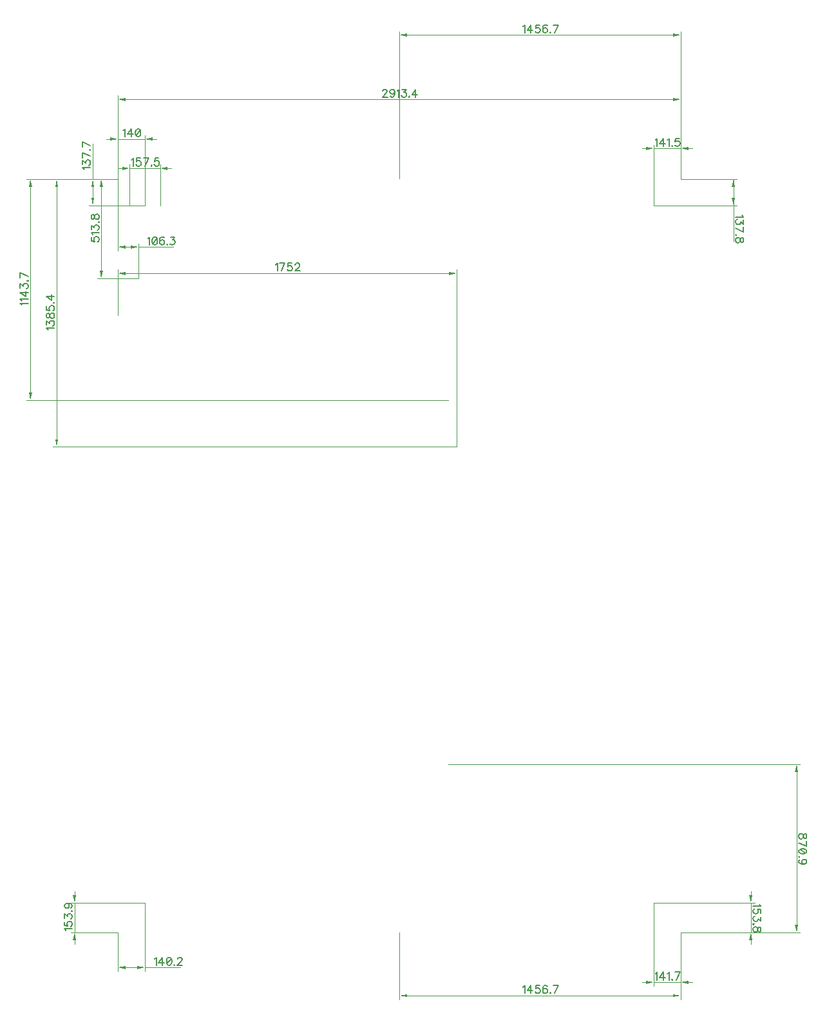
<source format=gbr>
G04 DipTrace 3.0.0.0*
G04 TopDimension.gbr*
%MOIN*%
G04 #@! TF.FileFunction,Drawing,Top*
G04 #@! TF.Part,Single*
%ADD13C,0.0015*%
%ADD103C,0.006176*%
%FSLAX26Y26*%
G04*
G70*
G90*
G75*
G01*
G04 TopDimension*
%LPD*%
X2145670Y2905906D2*
D13*
X57087D1*
X393701Y4291339D2*
X57087D1*
X76772Y3598622D2*
Y2945276D1*
G36*
Y2905906D2*
X68898Y2945276D1*
X84646D1*
X76772Y2905906D1*
G37*
Y3598622D2*
D13*
Y4251969D1*
G36*
Y4291339D2*
X84646Y4251969D1*
X68898D1*
X76772Y4291339D1*
G37*
X2145670Y2905906D2*
D13*
Y3822835D1*
X393701Y3588583D2*
Y3822835D1*
X1269685Y3803150D2*
X2106299D1*
G36*
X2145670D2*
X2106299Y3795276D1*
Y3811024D1*
X2145670Y3803150D1*
G37*
X1269685D2*
D13*
X433071D1*
G36*
X393701D2*
X433071Y3811024D1*
Y3795276D1*
X393701Y3803150D1*
G37*
X2104331Y3147638D2*
D13*
X-78740D1*
X393701Y4291339D2*
X-78740D1*
X-59055Y3719488D2*
Y3187008D1*
G36*
Y3147638D2*
X-66929Y3187008D1*
X-51181D1*
X-59055Y3147638D1*
G37*
Y3719488D2*
D13*
Y4251969D1*
G36*
Y4291339D2*
X-51181Y4251969D1*
X-66929D1*
X-59055Y4291339D1*
G37*
X612467Y4153675D2*
D13*
Y4366142D1*
X454987Y4153675D2*
Y4366142D1*
Y4346457D2*
X612467D1*
X395932D2*
X415617D1*
G36*
X454987D2*
X415617Y4338583D1*
Y4354331D1*
X454987Y4346457D1*
G37*
X671523D2*
D13*
X651837D1*
G36*
X612467D2*
X651837Y4354331D1*
Y4338583D1*
X612467Y4346457D1*
G37*
X393701Y4291339D2*
D13*
Y4517717D1*
X533727Y4153675D2*
Y4517717D1*
X393701Y4498032D2*
X533727D1*
X334646D2*
X354331D1*
G36*
X393701D2*
X354331Y4490158D1*
Y4505906D1*
X393701Y4498032D1*
G37*
X592782D2*
D13*
X573097D1*
G36*
X533727D2*
X573097Y4505906D1*
Y4490158D1*
X533727Y4498032D1*
G37*
Y4153675D2*
D13*
X244095D1*
X393701Y4291339D2*
X244095D1*
X263780Y4222507D2*
Y4193045D1*
G36*
Y4153675D2*
X255906Y4193045D1*
X271654D1*
X263780Y4153675D1*
G37*
Y4222507D2*
D13*
Y4251969D1*
G36*
Y4291339D2*
X271654Y4251969D1*
X255906D1*
X263780Y4291339D1*
G37*
Y4473940D2*
D13*
Y4291339D1*
X3165617Y4153544D2*
Y4468504D1*
X3307087Y4291339D2*
Y4468504D1*
X3165617Y4448819D2*
X3307087D1*
X3106562D2*
X3126247D1*
G36*
X3165617D2*
X3126247Y4440945D1*
Y4456693D1*
X3165617Y4448819D1*
G37*
X3366142D2*
D13*
X3346457D1*
G36*
X3307087D2*
X3346457Y4456693D1*
Y4440945D1*
X3307087Y4448819D1*
G37*
X3165617Y4153544D2*
D13*
X3598425D1*
X3307087Y4291339D2*
X3598425D1*
X3578740Y4222441D2*
Y4192914D1*
G36*
Y4153544D2*
X3570866Y4192914D1*
X3586614D1*
X3578740Y4153544D1*
G37*
Y4222441D2*
D13*
Y4251969D1*
G36*
Y4291339D2*
X3586614Y4251969D1*
X3570866D1*
X3578740Y4291339D1*
G37*
Y3970987D2*
D13*
Y4291339D1*
X3165355Y547507D2*
Y116667D1*
X3307087Y393701D2*
Y116667D1*
X3165355Y136352D2*
X3307087D1*
X3106299D2*
X3125984D1*
G36*
X3165355D2*
X3125984Y128478D1*
Y144226D1*
X3165355Y136352D1*
G37*
X3366142D2*
D13*
X3346457D1*
G36*
X3307087D2*
X3346457Y144226D1*
Y128478D1*
X3307087Y136352D1*
G37*
X3165355Y547507D2*
D13*
X3688977D1*
X3307087Y393701D2*
X3688977D1*
X3669292Y547507D2*
Y393701D1*
Y606562D2*
Y586877D1*
G36*
Y547507D2*
X3661418Y586877D1*
X3677166D1*
X3669292Y547507D1*
G37*
Y334646D2*
D13*
Y354331D1*
G36*
Y393701D2*
X3677166Y354331D1*
X3661418D1*
X3669292Y393701D1*
G37*
X533858Y547638D2*
D13*
Y192914D1*
X393701Y393701D2*
Y192914D1*
X463780Y212599D2*
X494488D1*
G36*
X533858D2*
X494488Y204725D1*
Y220473D1*
X533858Y212599D1*
G37*
X463780D2*
D13*
X433071D1*
G36*
X393701D2*
X433071Y220473D1*
Y204725D1*
X393701Y212599D1*
G37*
X718361D2*
D13*
X533858D1*
Y547638D2*
X149607D1*
X393701Y393701D2*
X149607D1*
X169292Y547638D2*
Y393701D1*
Y606693D2*
Y587008D1*
G36*
Y547638D2*
X161418Y587008D1*
X177166D1*
X169292Y547638D1*
G37*
Y334646D2*
D13*
Y354331D1*
G36*
Y393701D2*
X177166Y354331D1*
X161418D1*
X169292Y393701D1*
G37*
X2102362Y1264567D2*
D13*
X3925197D1*
X3307087Y393701D2*
X3925197D1*
X3905512Y829134D2*
Y1225197D1*
G36*
Y1264567D2*
X3913386Y1225197D1*
X3897638D1*
X3905512Y1264567D1*
G37*
Y829134D2*
D13*
Y433071D1*
G36*
Y393701D2*
X3897638Y433071D1*
X3913386D1*
X3905512Y393701D1*
G37*
X393701Y4291339D2*
D13*
Y4722441D1*
X3307087Y4291339D2*
Y4722441D1*
X1850394Y4702756D2*
X433071D1*
G36*
X393701D2*
X433071Y4710630D1*
Y4694882D1*
X393701Y4702756D1*
G37*
X1850394D2*
D13*
X3267717D1*
G36*
X3307087D2*
X3267717Y4694882D1*
Y4710630D1*
X3307087Y4702756D1*
G37*
Y4291339D2*
D13*
Y5055118D1*
X1850394Y4293307D2*
Y5055118D1*
X2578740Y5035433D2*
X3267717D1*
G36*
X3307087D2*
X3267717Y5027559D1*
Y5043307D1*
X3307087Y5035433D1*
G37*
X2578740D2*
D13*
X1889764D1*
G36*
X1850394D2*
X1889764Y5043307D1*
Y5027559D1*
X1850394Y5035433D1*
G37*
X3307087Y393701D2*
D13*
Y47244D1*
X1850394Y393701D2*
Y47244D1*
X2578740Y66929D2*
X3267717D1*
G36*
X3307087D2*
X3267717Y59055D1*
Y74803D1*
X3307087Y66929D1*
G37*
X2578740D2*
D13*
X1889764D1*
G36*
X1850394D2*
X1889764Y74803D1*
Y59055D1*
X1850394Y66929D1*
G37*
X500000Y3777559D2*
D13*
Y3958399D1*
X393701Y4291339D2*
Y3919029D1*
X446851Y3938714D2*
X460630D1*
G36*
X500000D2*
X460630Y3930840D1*
Y3946588D1*
X500000Y3938714D1*
G37*
X446851D2*
D13*
X433071D1*
G36*
X393701D2*
X433071Y3946588D1*
Y3930840D1*
X393701Y3938714D1*
G37*
X680656D2*
D13*
X500000D1*
Y3777559D2*
X288452D1*
X393701Y4291339D2*
X288452D1*
X308137Y4034449D2*
Y3816929D1*
G36*
Y3777559D2*
X300263Y3816929D1*
X316011D1*
X308137Y3777559D1*
G37*
Y4034449D2*
D13*
Y4251969D1*
G36*
Y4291339D2*
X316011Y4251969D1*
X300263D1*
X308137Y4291339D1*
G37*
X32063Y3509593D2*
D103*
X30117Y3513440D1*
X24413Y3519188D1*
X64561D1*
X24413Y3535386D2*
Y3556388D1*
X39712Y3544936D1*
Y3550685D1*
X41613Y3554487D1*
X43514Y3556388D1*
X49263Y3558334D1*
X53065D1*
X58813Y3556388D1*
X62660Y3552586D1*
X64561Y3546838D1*
Y3541090D1*
X62660Y3535386D1*
X60714Y3533485D1*
X56912Y3531539D1*
X24413Y3580236D2*
X26315Y3574532D1*
X30117Y3572587D1*
X33964D1*
X37766Y3574532D1*
X39712Y3578335D1*
X41613Y3585984D1*
X43514Y3591732D1*
X47361Y3595534D1*
X51164Y3597436D1*
X56912D1*
X60714Y3595534D1*
X62660Y3593633D1*
X64561Y3587885D1*
Y3580236D1*
X62660Y3574532D1*
X60714Y3572587D1*
X56912Y3570685D1*
X51164D1*
X47361Y3572587D1*
X43514Y3576433D1*
X41613Y3582137D1*
X39712Y3589786D1*
X37766Y3593633D1*
X33964Y3595534D1*
X30117D1*
X26315Y3593633D1*
X24413Y3587885D1*
Y3580236D1*
Y3632735D2*
Y3613634D1*
X41613Y3611733D1*
X39712Y3613634D1*
X37766Y3619382D1*
Y3625086D1*
X39712Y3630834D1*
X43514Y3634680D1*
X49263Y3636582D1*
X53065D1*
X58813Y3634680D1*
X62660Y3630834D1*
X64561Y3625086D1*
Y3619382D1*
X62660Y3613634D1*
X60714Y3611733D1*
X56912Y3609787D1*
X60714Y3650834D2*
X62660Y3648933D1*
X64561Y3650834D1*
X62660Y3652780D1*
X60714Y3650834D1*
X64561Y3684277D2*
X24413D1*
X51164Y3665131D1*
Y3693827D1*
X1209257Y3847859D2*
X1213103Y3849805D1*
X1218851Y3855508D1*
Y3815361D1*
X1238852D2*
X1257997Y3855508D1*
X1231203D1*
X1293297D2*
X1274196D1*
X1272294Y3838308D1*
X1274196Y3840210D1*
X1279944Y3842155D1*
X1285647D1*
X1291395Y3840210D1*
X1295242Y3836407D1*
X1297144Y3830659D1*
Y3826857D1*
X1295242Y3821109D1*
X1291395Y3817262D1*
X1285647Y3815361D1*
X1279944D1*
X1274196Y3817262D1*
X1272294Y3819207D1*
X1270349Y3823010D1*
X1311440Y3845958D2*
Y3847859D1*
X1313342Y3851706D1*
X1315243Y3853607D1*
X1319090Y3855508D1*
X1326739D1*
X1330542Y3853607D1*
X1332443Y3851706D1*
X1334388Y3847859D1*
Y3844057D1*
X1332443Y3840210D1*
X1328640Y3834506D1*
X1309495Y3815361D1*
X1336290D1*
X-103764Y3639037D2*
X-105710Y3642884D1*
X-111413Y3648632D1*
X-71266D1*
X-103764Y3660983D2*
X-105710Y3664830D1*
X-111413Y3670578D1*
X-71266D1*
Y3702075D2*
X-111413D1*
X-84663Y3682929D1*
Y3711625D1*
X-111413Y3727823D2*
Y3748826D1*
X-96115Y3737374D1*
Y3743122D1*
X-94214Y3746925D1*
X-92312Y3748826D1*
X-86564Y3750771D1*
X-82762D1*
X-77014Y3748826D1*
X-73167Y3745023D1*
X-71266Y3739275D1*
Y3733527D1*
X-73167Y3727823D1*
X-75112Y3725922D1*
X-78915Y3723977D1*
X-75112Y3765024D2*
X-73167Y3763123D1*
X-71266Y3765024D1*
X-73167Y3766969D1*
X-75112Y3765024D1*
X-71266Y3786970D2*
X-111413Y3806116D1*
Y3779321D1*
X465200Y4391166D2*
X469046Y4393112D1*
X474794Y4398815D1*
Y4358668D1*
X510094Y4398815D2*
X490992D1*
X489091Y4381616D1*
X490992Y4383517D1*
X496741Y4385462D1*
X502444D1*
X508192Y4383517D1*
X512039Y4379714D1*
X513940Y4373966D1*
Y4370164D1*
X512039Y4364416D1*
X508192Y4360569D1*
X502444Y4358668D1*
X496741D1*
X490992Y4360569D1*
X489091Y4362514D1*
X487146Y4366317D1*
X533941Y4358668D2*
X553086Y4398815D1*
X526292D1*
X567339Y4362514D2*
X565438Y4360569D1*
X567339Y4358668D1*
X569285Y4360569D1*
X567339Y4362514D1*
X604584Y4398815D2*
X585483D1*
X583581Y4381616D1*
X585483Y4383517D1*
X591231Y4385462D1*
X596935D1*
X602683Y4383517D1*
X606529Y4379714D1*
X608431Y4373966D1*
Y4370164D1*
X606529Y4364416D1*
X602683Y4360569D1*
X596935Y4358668D1*
X591231D1*
X585483Y4360569D1*
X583581Y4362514D1*
X581636Y4366317D1*
X421908Y4542741D2*
X425755Y4544686D1*
X431503Y4550390D1*
Y4510242D1*
X462999D2*
Y4550390D1*
X443854Y4523640D1*
X472550D1*
X496397Y4550390D2*
X490649Y4548489D1*
X486803Y4542741D1*
X484901Y4533190D1*
Y4527442D1*
X486803Y4517892D1*
X490649Y4512144D1*
X496397Y4510242D1*
X500200D1*
X505948Y4512144D1*
X509751Y4517892D1*
X511696Y4527442D1*
Y4533190D1*
X509751Y4542741D1*
X505948Y4548489D1*
X500200Y4550390D1*
X496397D1*
X509751Y4542741D2*
X486803Y4517892D1*
X219070Y4339972D2*
X217125Y4343819D1*
X211421Y4349567D1*
X251569D1*
X211421Y4365765D2*
Y4386768D1*
X226720Y4375316D1*
Y4381064D1*
X228621Y4384867D1*
X230522Y4386768D1*
X236270Y4388713D1*
X240073D1*
X245821Y4386768D1*
X249668Y4382965D1*
X251569Y4377217D1*
Y4371469D1*
X249668Y4365765D1*
X247722Y4363864D1*
X243920Y4361919D1*
X251569Y4408714D2*
X211421Y4427859D1*
Y4401065D1*
X247722Y4442112D2*
X249668Y4440211D1*
X251569Y4442112D1*
X249668Y4444058D1*
X247722Y4442112D1*
X251569Y4464058D2*
X211421Y4483204D1*
Y4456409D1*
X3175473Y4493528D2*
X3179320Y4495474D1*
X3185068Y4501178D1*
Y4461030D1*
X3216565D2*
Y4501178D1*
X3197420Y4474427D1*
X3226116D1*
X3238467Y4493528D2*
X3242314Y4495474D1*
X3248062Y4501178D1*
Y4461030D1*
X3262314Y4464877D2*
X3260413Y4462931D1*
X3262314Y4461030D1*
X3264260Y4462931D1*
X3262314Y4464877D1*
X3299559Y4501178D2*
X3280458D1*
X3278557Y4483978D1*
X3280458Y4485879D1*
X3286206Y4487825D1*
X3291910D1*
X3297658Y4485879D1*
X3301505Y4482077D1*
X3303406Y4476328D1*
Y4472526D1*
X3301505Y4466778D1*
X3297658Y4462931D1*
X3291910Y4461030D1*
X3286206D1*
X3280458Y4462931D1*
X3278557Y4464877D1*
X3276611Y4468679D1*
X3623450Y4104910D2*
X3625395Y4101063D1*
X3631099Y4095315D1*
X3590951D1*
X3631099Y4079117D2*
Y4058115D1*
X3615800Y4069566D1*
Y4063818D1*
X3613899Y4060016D1*
X3611998Y4058115D1*
X3606250Y4056169D1*
X3602447D1*
X3596699Y4058115D1*
X3592852Y4061917D1*
X3590951Y4067665D1*
Y4073413D1*
X3592852Y4079117D1*
X3594798Y4081018D1*
X3598600Y4082964D1*
X3590951Y4036168D2*
X3631099Y4017023D1*
Y4043818D1*
X3594798Y4002770D2*
X3592852Y4004672D1*
X3590951Y4002770D1*
X3592852Y4000825D1*
X3594798Y4002770D1*
X3631099Y3978923D2*
X3629198Y3984627D1*
X3625395Y3986572D1*
X3621548D1*
X3617746Y3984627D1*
X3615800Y3980824D1*
X3613899Y3973175D1*
X3611998Y3967427D1*
X3608151Y3963624D1*
X3604348Y3961723D1*
X3598600D1*
X3594798Y3963624D1*
X3592852Y3965526D1*
X3590951Y3971274D1*
Y3978923D1*
X3592852Y3984627D1*
X3594798Y3986572D1*
X3598600Y3988473D1*
X3604348D1*
X3608151Y3986572D1*
X3611998Y3982725D1*
X3613899Y3977022D1*
X3615800Y3969372D1*
X3617746Y3965526D1*
X3621548Y3963624D1*
X3625395D1*
X3629198Y3965526D1*
X3631099Y3971274D1*
Y3978923D1*
X3175342Y181061D2*
X3179189Y183007D1*
X3184937Y188710D1*
Y148563D1*
X3216434D2*
Y188710D1*
X3197288Y161960D1*
X3225984D1*
X3238336Y181061D2*
X3242183Y183007D1*
X3247931Y188710D1*
Y148563D1*
X3262183Y152409D2*
X3260282Y150464D1*
X3262183Y148563D1*
X3264129Y150464D1*
X3262183Y152409D1*
X3284129Y148563D2*
X3303275Y188710D1*
X3276480D1*
X3714001Y539110D2*
X3715946Y535263D1*
X3721650Y529515D1*
X3681502D1*
X3721650Y494215D2*
Y513317D1*
X3704450Y515218D1*
X3706351Y513317D1*
X3708297Y507569D1*
Y501865D1*
X3706351Y496117D1*
X3702549Y492270D1*
X3696801Y490369D1*
X3692998D1*
X3687250Y492270D1*
X3683404Y496117D1*
X3681502Y501865D1*
Y507569D1*
X3683404Y513317D1*
X3685349Y515218D1*
X3689152Y517163D1*
X3721650Y474170D2*
Y453168D1*
X3706351Y464620D1*
Y458872D1*
X3704450Y455069D1*
X3702549Y453168D1*
X3696801Y451223D1*
X3692998D1*
X3687250Y453168D1*
X3683404Y456971D1*
X3681502Y462719D1*
Y468467D1*
X3683404Y474170D1*
X3685349Y476072D1*
X3689152Y478017D1*
X3685349Y436970D2*
X3683404Y438871D1*
X3681502Y436970D1*
X3683404Y435024D1*
X3685349Y436970D1*
X3721650Y413122D2*
X3719749Y418826D1*
X3715946Y420772D1*
X3712100D1*
X3708297Y418826D1*
X3706351Y415024D1*
X3704450Y407374D1*
X3702549Y401626D1*
X3698702Y397824D1*
X3694900Y395923D1*
X3689152D1*
X3685349Y397824D1*
X3683404Y399725D1*
X3681502Y405473D1*
Y413122D1*
X3683404Y418826D1*
X3685349Y420772D1*
X3689152Y422673D1*
X3694900D1*
X3698702Y420772D1*
X3702549Y416925D1*
X3704450Y411221D1*
X3706351Y403572D1*
X3708297Y399725D1*
X3712100Y397824D1*
X3715946D1*
X3719749Y399725D1*
X3721650Y405473D1*
Y413122D1*
X582492Y257308D2*
X586339Y259253D1*
X592087Y264957D1*
Y224809D1*
X623584D2*
Y264957D1*
X604438Y238207D1*
X633134D1*
X656982Y264957D2*
X651234Y263056D1*
X647387Y257308D1*
X645486Y247757D1*
Y242009D1*
X647387Y232459D1*
X651234Y226711D1*
X656982Y224809D1*
X660784D1*
X666532Y226711D1*
X670335Y232459D1*
X672280Y242009D1*
Y247757D1*
X670335Y257308D1*
X666532Y263056D1*
X660784Y264957D1*
X656982D1*
X670335Y257308D2*
X647387Y232459D1*
X686533Y228656D2*
X684632Y226711D1*
X686533Y224809D1*
X688478Y226711D1*
X686533Y228656D1*
X702775Y255407D2*
Y257308D1*
X704677Y261155D1*
X706578Y263056D1*
X710425Y264957D1*
X718074D1*
X721876Y263056D1*
X723778Y261155D1*
X725723Y257308D1*
Y253505D1*
X723778Y249659D1*
X719975Y243955D1*
X700830Y224809D1*
X727625D1*
X124582Y403092D2*
X122637Y406939D1*
X116933Y412687D1*
X157081D1*
X116933Y447987D2*
Y428885D1*
X134133Y426984D1*
X132232Y428885D1*
X130286Y434633D1*
Y440337D1*
X132232Y446085D1*
X136034Y449932D1*
X141782Y451833D1*
X145585D1*
X151333Y449932D1*
X155180Y446085D1*
X157081Y440337D1*
Y434633D1*
X155180Y428885D1*
X153234Y426984D1*
X149431Y425039D1*
X116933Y468031D2*
Y489034D1*
X132232Y477582D1*
Y483330D1*
X134133Y487133D1*
X136034Y489034D1*
X141782Y490979D1*
X145585D1*
X151333Y489034D1*
X155180Y485231D1*
X157081Y479483D1*
Y473735D1*
X155180Y468031D1*
X153234Y466130D1*
X149431Y464185D1*
X153234Y505232D2*
X155180Y503331D1*
X157081Y505232D1*
X155180Y507177D1*
X153234Y505232D1*
X130286Y544422D2*
X136034Y542477D1*
X139881Y538674D1*
X141782Y532926D1*
Y531025D1*
X139881Y525277D1*
X136034Y521474D1*
X130286Y519529D1*
X128385D1*
X122637Y521474D1*
X118834Y525277D1*
X116933Y531025D1*
Y532926D1*
X118834Y538674D1*
X122637Y542477D1*
X130286Y544422D1*
X139881D1*
X149431Y542477D1*
X155180Y538674D1*
X157081Y532926D1*
Y529124D1*
X155180Y523376D1*
X151333Y521474D1*
X3957871Y895738D2*
X3955969Y901442D1*
X3952167Y903388D1*
X3948320D1*
X3944517Y901442D1*
X3942572Y897640D1*
X3940671Y889990D1*
X3938769Y884242D1*
X3934923Y880440D1*
X3931120Y878539D1*
X3925372D1*
X3921570Y880440D1*
X3919624Y882341D1*
X3917723Y888089D1*
Y895738D1*
X3919624Y901442D1*
X3921570Y903388D1*
X3925372Y905289D1*
X3931120D1*
X3934923Y903388D1*
X3938769Y899541D1*
X3940671Y893837D1*
X3942572Y886188D1*
X3944517Y882341D1*
X3948320Y880440D1*
X3952167D1*
X3955969Y882341D1*
X3957871Y888089D1*
Y895738D1*
X3917723Y858538D2*
X3957871Y839392D1*
Y866187D1*
Y815545D2*
X3955969Y821293D1*
X3950221Y825140D1*
X3940671Y827041D1*
X3934923D1*
X3925372Y825140D1*
X3919624Y821293D1*
X3917723Y815545D1*
Y811742D1*
X3919624Y805994D1*
X3925372Y802192D1*
X3934923Y800246D1*
X3940671D1*
X3950221Y802192D1*
X3955969Y805994D1*
X3957871Y811742D1*
Y815545D1*
X3950221Y802192D2*
X3925372Y825140D1*
X3921570Y785994D2*
X3919624Y787895D1*
X3917723Y785994D1*
X3919624Y784048D1*
X3921570Y785994D1*
X3944517Y746803D2*
X3938769Y748749D1*
X3934923Y752551D1*
X3933021Y758300D1*
Y760201D1*
X3934923Y765949D1*
X3938769Y769751D1*
X3944517Y771697D1*
X3946419D1*
X3952167Y769751D1*
X3955969Y765949D1*
X3957871Y760201D1*
Y758300D1*
X3955969Y752551D1*
X3952167Y748749D1*
X3944517Y746803D1*
X3934923D1*
X3925372Y748749D1*
X3919624Y752551D1*
X3917723Y758300D1*
Y762102D1*
X3919624Y767850D1*
X3923471Y769751D1*
X1764239Y4745564D2*
Y4747465D1*
X1766140Y4751312D1*
X1768041Y4753213D1*
X1771888Y4755115D1*
X1779537D1*
X1783340Y4753213D1*
X1785241Y4751312D1*
X1787187Y4747465D1*
Y4743663D1*
X1785241Y4739816D1*
X1781439Y4734112D1*
X1762293Y4714967D1*
X1789088D1*
X1826333Y4741762D2*
X1824387Y4736014D1*
X1820585Y4732167D1*
X1814837Y4730265D1*
X1812935D1*
X1807187Y4732167D1*
X1803385Y4736014D1*
X1801439Y4741762D1*
Y4743663D1*
X1803385Y4749411D1*
X1807187Y4753213D1*
X1812935Y4755115D1*
X1814837D1*
X1820585Y4753213D1*
X1824387Y4749411D1*
X1826333Y4741762D1*
Y4732167D1*
X1824387Y4722616D1*
X1820585Y4716868D1*
X1814837Y4714967D1*
X1811034D1*
X1805286Y4716868D1*
X1803385Y4720715D1*
X1838684Y4747465D2*
X1842531Y4749411D1*
X1848279Y4755115D1*
Y4714967D1*
X1864477Y4755115D2*
X1885479D1*
X1874028Y4739816D1*
X1879776D1*
X1883578Y4737915D1*
X1885479Y4736014D1*
X1887425Y4730265D1*
Y4726463D1*
X1885479Y4720715D1*
X1881677Y4716868D1*
X1875929Y4714967D1*
X1870181D1*
X1864477Y4716868D1*
X1862576Y4718814D1*
X1860630Y4722616D1*
X1901678Y4718814D2*
X1899776Y4716868D1*
X1901678Y4714967D1*
X1903623Y4716868D1*
X1901678Y4718814D1*
X1935120Y4714967D2*
Y4755115D1*
X1915974Y4728364D1*
X1944670D1*
X2490662Y5080143D2*
X2494508Y5082088D1*
X2500257Y5087792D1*
Y5047644D1*
X2531753D2*
Y5087792D1*
X2512608Y5061041D1*
X2541304D1*
X2576603Y5087792D2*
X2557502D1*
X2555601Y5070592D1*
X2557502Y5072493D1*
X2563250Y5074439D1*
X2568954D1*
X2574702Y5072493D1*
X2578549Y5068691D1*
X2580450Y5062943D1*
Y5059140D1*
X2578549Y5053392D1*
X2574702Y5049545D1*
X2568954Y5047644D1*
X2563250D1*
X2557502Y5049545D1*
X2555601Y5051491D1*
X2553655Y5055293D1*
X2615749Y5082088D2*
X2613848Y5085891D1*
X2608100Y5087792D1*
X2604297D1*
X2598549Y5085891D1*
X2594703Y5080143D1*
X2592801Y5070592D1*
Y5061041D1*
X2594703Y5053392D1*
X2598549Y5049545D1*
X2604297Y5047644D1*
X2606199D1*
X2611902Y5049545D1*
X2615749Y5053392D1*
X2617650Y5059140D1*
Y5061041D1*
X2615749Y5066789D1*
X2611902Y5070592D1*
X2606199Y5072493D1*
X2604297D1*
X2598549Y5070592D1*
X2594703Y5066789D1*
X2592801Y5061041D1*
X2631903Y5051491D2*
X2630002Y5049545D1*
X2631903Y5047644D1*
X2633849Y5049545D1*
X2631903Y5051491D1*
X2653849Y5047644D2*
X2672995Y5087792D1*
X2646200D1*
X2490662Y111639D2*
X2494508Y113584D1*
X2500257Y119288D1*
Y79140D1*
X2531753D2*
Y119288D1*
X2512608Y92537D1*
X2541304D1*
X2576603Y119288D2*
X2557502D1*
X2555601Y102088D1*
X2557502Y103989D1*
X2563250Y105935D1*
X2568954D1*
X2574702Y103989D1*
X2578549Y100187D1*
X2580450Y94439D1*
Y90636D1*
X2578549Y84888D1*
X2574702Y81041D1*
X2568954Y79140D1*
X2563250D1*
X2557502Y81041D1*
X2555601Y82987D1*
X2553655Y86789D1*
X2615749Y113584D2*
X2613848Y117387D1*
X2608100Y119288D1*
X2604297D1*
X2598549Y117387D1*
X2594703Y111639D1*
X2592801Y102088D1*
Y92537D1*
X2594703Y84888D1*
X2598549Y81041D1*
X2604297Y79140D1*
X2606199D1*
X2611902Y81041D1*
X2615749Y84888D1*
X2617650Y90636D1*
Y92537D1*
X2615749Y98285D1*
X2611902Y102088D1*
X2606199Y103989D1*
X2604297D1*
X2598549Y102088D1*
X2594703Y98285D1*
X2592801Y92537D1*
X2631903Y82987D2*
X2630002Y81041D1*
X2631903Y79140D1*
X2633849Y81041D1*
X2631903Y82987D1*
X2653849Y79140D2*
X2672995Y119288D1*
X2646200D1*
X548634Y3983423D2*
X552481Y3985369D1*
X558229Y3991073D1*
Y3950925D1*
X582076Y3991073D2*
X576328Y3989171D1*
X572481Y3983423D1*
X570580Y3973873D1*
Y3968125D1*
X572481Y3958574D1*
X576328Y3952826D1*
X582076Y3950925D1*
X585879D1*
X591627Y3952826D1*
X595429Y3958574D1*
X597375Y3968125D1*
Y3973873D1*
X595429Y3983423D1*
X591627Y3989171D1*
X585879Y3991073D1*
X582076D1*
X595429Y3983423D2*
X572481Y3958574D1*
X632674Y3985369D2*
X630773Y3989171D1*
X625025Y3991073D1*
X621222D1*
X615474Y3989171D1*
X611627Y3983423D1*
X609726Y3973873D1*
Y3964322D1*
X611627Y3956673D1*
X615474Y3952826D1*
X621222Y3950925D1*
X623123D1*
X628827Y3952826D1*
X632674Y3956673D1*
X634575Y3962421D1*
Y3964322D1*
X632674Y3970070D1*
X628827Y3973873D1*
X623123Y3975774D1*
X621222D1*
X615474Y3973873D1*
X611627Y3970070D1*
X609726Y3964322D1*
X648828Y3954772D2*
X646927Y3952826D1*
X648828Y3950925D1*
X650773Y3952826D1*
X648828Y3954772D1*
X666972Y3991073D2*
X687974D1*
X676522Y3975774D1*
X682270D1*
X686073Y3973873D1*
X687974Y3971972D1*
X689920Y3966223D1*
Y3962421D1*
X687974Y3956673D1*
X684171Y3952826D1*
X678423Y3950925D1*
X672675D1*
X666972Y3952826D1*
X665070Y3954772D1*
X663125Y3958574D1*
X255778Y3988891D2*
Y3969790D1*
X272978Y3967889D1*
X271077Y3969790D1*
X269131Y3975538D1*
Y3981242D1*
X271077Y3986990D1*
X274879Y3990837D1*
X280627Y3992738D1*
X284430D1*
X290178Y3990837D1*
X294025Y3986990D1*
X295926Y3981242D1*
Y3975538D1*
X294025Y3969790D1*
X292079Y3967889D1*
X288277Y3965943D1*
X263427Y4005089D2*
X261482Y4008936D1*
X255778Y4014684D1*
X295926D1*
X255778Y4030882D2*
Y4051885D1*
X271077Y4040433D1*
Y4046181D1*
X272978Y4049984D1*
X274879Y4051885D1*
X280627Y4053830D1*
X284430D1*
X290178Y4051885D1*
X294025Y4048082D1*
X295926Y4042334D1*
Y4036586D1*
X294025Y4030882D1*
X292079Y4028981D1*
X288277Y4027036D1*
X292079Y4068083D2*
X294025Y4066182D1*
X295926Y4068083D1*
X294025Y4070028D1*
X292079Y4068083D1*
X255778Y4091930D2*
X257679Y4086227D1*
X261482Y4084281D1*
X265329D1*
X269131Y4086227D1*
X271077Y4090029D1*
X272978Y4097679D1*
X274879Y4103427D1*
X278726Y4107229D1*
X282529Y4109130D1*
X288277D1*
X292079Y4107229D1*
X294025Y4105328D1*
X295926Y4099580D1*
Y4091930D1*
X294025Y4086227D1*
X292079Y4084281D1*
X288277Y4082380D1*
X282529D1*
X278726Y4084281D1*
X274879Y4088128D1*
X272978Y4093832D1*
X271077Y4101481D1*
X269131Y4105328D1*
X265329Y4107229D1*
X261482D1*
X257679Y4105328D1*
X255778Y4099580D1*
Y4091930D1*
M02*

</source>
